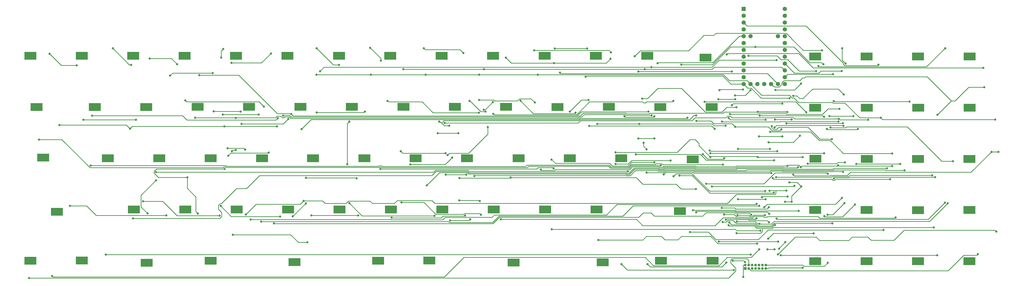
<source format=gbr>
%TF.GenerationSoftware,KiCad,Pcbnew,(5.1.9)-1*%
%TF.CreationDate,2021-05-14T10:54:05-07:00*%
%TF.ProjectId,chgray-keyboard,63686772-6179-42d6-9b65-79626f617264,Yeet2*%
%TF.SameCoordinates,Original*%
%TF.FileFunction,Copper,L1,Top*%
%TF.FilePolarity,Positive*%
%FSLAX46Y46*%
G04 Gerber Fmt 4.6, Leading zero omitted, Abs format (unit mm)*
G04 Created by KiCad (PCBNEW (5.1.9)-1) date 2021-05-14 10:54:05*
%MOMM*%
%LPD*%
G01*
G04 APERTURE LIST*
%TA.AperFunction,ComponentPad*%
%ADD10C,1.600000*%
%TD*%
%TA.AperFunction,ComponentPad*%
%ADD11R,1.600000X1.600000*%
%TD*%
%TA.AperFunction,WasherPad*%
%ADD12R,4.500000X3.000000*%
%TD*%
%TA.AperFunction,ComponentPad*%
%ADD13O,1.000000X1.000000*%
%TD*%
%TA.AperFunction,ComponentPad*%
%ADD14R,1.000000X1.000000*%
%TD*%
%TA.AperFunction,ViaPad*%
%ADD15C,0.800000*%
%TD*%
%TA.AperFunction,Conductor*%
%ADD16C,0.250000*%
%TD*%
G04 APERTURE END LIST*
D10*
%TO.P,U1,31*%
%TO.N,N/C*%
X321945000Y-34925000D03*
%TO.P,U1,30*%
X311785000Y-34925000D03*
%TO.P,U1,29*%
%TO.N,PWR_5V*%
X324485000Y-24765000D03*
%TO.P,U1,28*%
%TO.N,/Keyboard Keys/KEY_ROW2*%
X324485000Y-27305000D03*
%TO.P,U1,27*%
%TO.N,/Keyboard Keys/KEY_COL12*%
X324485000Y-29845000D03*
%TO.P,U1,26*%
%TO.N,/Keyboard Keys/KEY_COL13*%
X324485000Y-32385000D03*
%TO.P,U1,25*%
%TO.N,Net-(J1-Pad3)*%
X324485000Y-34925000D03*
%TO.P,U1,24*%
%TO.N,/Keyboard Keys/KEY_COL11*%
X324485000Y-37465000D03*
%TO.P,U1,23*%
%TO.N,/Keyboard Keys/KEY_COL4*%
X324485000Y-40005000D03*
%TO.P,U1,22*%
%TO.N,/Keyboard Keys/KEY_COL5*%
X324485000Y-42545000D03*
%TO.P,U1,21*%
%TO.N,/Keyboard Keys/KEY_COL6*%
X324485000Y-45085000D03*
%TO.P,U1,20*%
%TO.N,/Keyboard Keys/KEY_COL7*%
X324485000Y-47625000D03*
%TO.P,U1,19*%
%TO.N,/Keyboard Keys/KEY_COL8*%
X324485000Y-50165000D03*
%TO.P,U1,18*%
%TO.N,/Keyboard Keys/KEY_COL9*%
X324485000Y-52705000D03*
%TO.P,U1,17*%
%TO.N,/Keyboard Keys/KEY_COL10*%
X321945000Y-52705000D03*
%TO.P,U1,16*%
%TO.N,/Keyboard Keys/KEY_ROW3*%
X319405000Y-52705000D03*
%TO.P,U1,14*%
%TO.N,N/C*%
X314325000Y-52705000D03*
%TO.P,U1,13*%
%TO.N,/Keyboard Keys/KEY_ROW1*%
X311785000Y-52705000D03*
%TO.P,U1,12*%
%TO.N,/Keyboard Keys/KEY_ROW0*%
X309245000Y-52705000D03*
%TO.P,U1,11*%
%TO.N,/Keyboard Keys/KEY_COL1*%
X309245000Y-50165000D03*
%TO.P,U1,10*%
%TO.N,Net-(J1-Pad7)*%
X309245000Y-47625000D03*
%TO.P,U1,9*%
%TO.N,Net-(J1-Pad5)*%
X309245000Y-45085000D03*
%TO.P,U1,8*%
%TO.N,/Keyboard Keys/KEY_COL0*%
X309245000Y-42545000D03*
%TO.P,U1,7*%
%TO.N,N/C*%
X309245000Y-40005000D03*
%TO.P,U1,6*%
X309245000Y-37465000D03*
%TO.P,U1,5*%
%TO.N,/Keyboard Keys/KEY_COL3*%
X309245000Y-34925000D03*
%TO.P,U1,4*%
%TO.N,/Keyboard Keys/KEY_COL2*%
X309245000Y-32385000D03*
%TO.P,U1,3*%
%TO.N,/Keyboard Keys/KEY_ROW4*%
X309245000Y-29845000D03*
%TO.P,U1,2*%
%TO.N,/Keyboard Keys/KEY_ROW5*%
X309245000Y-27305000D03*
D11*
%TO.P,U1,1*%
%TO.N,TEENSY_GND*%
X309245000Y-24765000D03*
D10*
%TO.P,U1,15*%
X316865000Y-52705000D03*
%TD*%
D12*
%TO.P,D85,*%
%TO.N,*%
X44958000Y-42189000D03*
%TD*%
%TO.P,D90,*%
%TO.N,*%
X64008000Y-42191000D03*
%TD*%
%TO.P,D95,*%
%TO.N,*%
X83058000Y-42189000D03*
%TD*%
%TO.P,D100,*%
%TO.N,*%
X102108000Y-42215000D03*
%TD*%
%TO.P,D104,*%
%TO.N,*%
X121158000Y-42191000D03*
%TD*%
%TO.P,D108,*%
%TO.N,*%
X140208000Y-42166000D03*
%TD*%
%TO.P,D112,*%
%TO.N,*%
X159283000Y-42191000D03*
%TD*%
%TO.P,D116,*%
%TO.N,*%
X178308000Y-42191000D03*
%TD*%
%TO.P,D120,*%
%TO.N,*%
X197333000Y-42191000D03*
%TD*%
%TO.P,D124,*%
%TO.N,*%
X216408000Y-42191000D03*
%TD*%
%TO.P,D128,*%
%TO.N,*%
X235483000Y-42166000D03*
%TD*%
%TO.P,D132,*%
%TO.N,*%
X254508000Y-42191000D03*
%TD*%
%TO.P,D136,*%
%TO.N,*%
X273533000Y-42216000D03*
%TD*%
%TO.P,D140,*%
%TO.N,*%
X335763000Y-42445000D03*
%TD*%
%TO.P,D144,*%
%TO.N,*%
X354838000Y-42445000D03*
%TD*%
%TO.P,D148,*%
%TO.N,*%
X373863000Y-42470000D03*
%TD*%
%TO.P,D152,*%
%TO.N,*%
X392963000Y-42420000D03*
%TD*%
%TO.P,D156,*%
%TO.N,*%
X392963000Y-61470000D03*
%TD*%
%TO.P,D160,*%
%TO.N,*%
X373913000Y-61470000D03*
%TD*%
%TO.P,D164,*%
%TO.N,*%
X354863000Y-61470000D03*
%TD*%
%TO.P,D168,*%
%TO.N,*%
X335788000Y-61495000D03*
%TD*%
%TO.P,D86,*%
%TO.N,*%
X297434000Y-61227000D03*
%TD*%
%TO.P,D91,*%
%TO.N,*%
X278384000Y-61227000D03*
%TD*%
%TO.P,D96,*%
%TO.N,*%
X259334000Y-61202000D03*
%TD*%
%TO.P,D101,*%
%TO.N,*%
X240284000Y-61227000D03*
%TD*%
%TO.P,D105,*%
%TO.N,*%
X221234000Y-61176000D03*
%TD*%
%TO.P,D109,*%
%TO.N,*%
X202209000Y-61151000D03*
%TD*%
%TO.P,D113,*%
%TO.N,*%
X183159000Y-61202000D03*
%TD*%
%TO.P,D117,*%
%TO.N,*%
X164084000Y-61190000D03*
%TD*%
%TO.P,D121,*%
%TO.N,*%
X145034000Y-61202000D03*
%TD*%
%TO.P,D125,*%
%TO.N,*%
X125959000Y-61176000D03*
%TD*%
%TO.P,D129,*%
%TO.N,*%
X106934000Y-61165000D03*
%TD*%
%TO.P,D133,*%
%TO.N,*%
X87884000Y-61216000D03*
%TD*%
%TO.P,D137,*%
%TO.N,*%
X68808600Y-61241000D03*
%TD*%
%TO.P,D141,*%
%TO.N,*%
X47244000Y-61241000D03*
%TD*%
%TO.P,D145,*%
%TO.N,*%
X49657000Y-80037000D03*
%TD*%
%TO.P,D149,*%
%TO.N,*%
X73660000Y-80291000D03*
%TD*%
%TO.P,D153,*%
%TO.N,*%
X92710000Y-80291000D03*
%TD*%
%TO.P,D157,*%
%TO.N,*%
X111735000Y-80266000D03*
%TD*%
%TO.P,D161,*%
%TO.N,*%
X130810000Y-80291000D03*
%TD*%
%TO.P,D165,*%
%TO.N,*%
X149631000Y-80291000D03*
%TD*%
%TO.P,D87,*%
%TO.N,*%
X168681000Y-80316000D03*
%TD*%
%TO.P,D92,*%
%TO.N,*%
X187706000Y-80302000D03*
%TD*%
%TO.P,D97,*%
%TO.N,*%
X206731000Y-80316000D03*
%TD*%
%TO.P,D102,*%
%TO.N,*%
X225831000Y-80266000D03*
%TD*%
%TO.P,D106,*%
%TO.N,*%
X244856000Y-80291000D03*
%TD*%
%TO.P,D110,*%
%TO.N,*%
X263906000Y-80277000D03*
%TD*%
%TO.P,D114,*%
%TO.N,*%
X290373000Y-80709000D03*
%TD*%
%TO.P,D118,*%
%TO.N,*%
X335839000Y-80506000D03*
%TD*%
%TO.P,D122,*%
%TO.N,*%
X354863000Y-80556000D03*
%TD*%
%TO.P,D126,*%
%TO.N,*%
X373888000Y-80531000D03*
%TD*%
%TO.P,D130,*%
%TO.N,*%
X392887000Y-80520000D03*
%TD*%
%TO.P,D134,*%
%TO.N,*%
X392887000Y-99556000D03*
%TD*%
%TO.P,D138,*%
%TO.N,*%
X373888000Y-99606000D03*
%TD*%
%TO.P,D142,*%
%TO.N,*%
X354838000Y-99530000D03*
%TD*%
%TO.P,D146,*%
%TO.N,*%
X335737000Y-99556000D03*
%TD*%
%TO.P,D150,*%
%TO.N,*%
X285623000Y-99976000D03*
%TD*%
%TO.P,D154,*%
%TO.N,*%
X254762000Y-99316000D03*
%TD*%
%TO.P,D158,*%
%TO.N,*%
X235712000Y-99341000D03*
%TD*%
%TO.P,D162,*%
%TO.N,*%
X216637000Y-99341000D03*
%TD*%
%TO.P,D166,*%
%TO.N,*%
X197612000Y-99316000D03*
%TD*%
%TO.P,D88,*%
%TO.N,*%
X178562000Y-99341000D03*
%TD*%
%TO.P,D93,*%
%TO.N,*%
X159487000Y-99341000D03*
%TD*%
%TO.P,D98,*%
%TO.N,*%
X140462000Y-99341000D03*
%TD*%
%TO.P,D103,*%
%TO.N,*%
X121412000Y-99341000D03*
%TD*%
%TO.P,D107,*%
%TO.N,*%
X102362000Y-99316000D03*
%TD*%
%TO.P,D111,*%
%TO.N,*%
X83312000Y-99316000D03*
%TD*%
%TO.P,D115,*%
%TO.N,*%
X54737000Y-100203000D03*
%TD*%
%TO.P,D119,*%
%TO.N,*%
X44958000Y-118428000D03*
%TD*%
%TO.P,D123,*%
%TO.N,*%
X64008000Y-118301000D03*
%TD*%
%TO.P,D127,*%
%TO.N,*%
X88011000Y-119153000D03*
%TD*%
%TO.P,D131,*%
%TO.N,*%
X111760000Y-118402000D03*
%TD*%
%TO.P,D135,*%
%TO.N,*%
X142773000Y-118885000D03*
%TD*%
%TO.P,D139,*%
%TO.N,*%
X173761000Y-118391000D03*
%TD*%
%TO.P,D143,*%
%TO.N,*%
X192786000Y-118352000D03*
%TD*%
%TO.P,D147,*%
%TO.N,*%
X223977000Y-119050000D03*
%TD*%
%TO.P,D151,*%
%TO.N,*%
X257048000Y-118961000D03*
%TD*%
%TO.P,D155,*%
%TO.N,*%
X278638000Y-118391000D03*
%TD*%
%TO.P,D159,*%
%TO.N,*%
X297713000Y-118402000D03*
%TD*%
%TO.P,D163,*%
%TO.N,*%
X335788000Y-118606000D03*
%TD*%
%TO.P,D167,*%
%TO.N,*%
X354838000Y-118606000D03*
%TD*%
%TO.P,D89,*%
%TO.N,*%
X373888000Y-118580000D03*
%TD*%
%TO.P,D94,*%
%TO.N,*%
X392913000Y-118580000D03*
%TD*%
%TO.P,D99,*%
%TO.N,*%
X295148000Y-42902000D03*
%TD*%
D13*
%TO.P,J1,14*%
%TO.N,LED_GND*%
X317500000Y-120015000D03*
%TO.P,J1,13*%
%TO.N,PWR_5V*%
X317500000Y-121285000D03*
%TO.P,J1,12*%
%TO.N,N/C*%
X316230000Y-120015000D03*
%TO.P,J1,11*%
X316230000Y-121285000D03*
%TO.P,J1,10*%
X314960000Y-120015000D03*
%TO.P,J1,9*%
X314960000Y-121285000D03*
%TO.P,J1,8*%
X313690000Y-120015000D03*
%TO.P,J1,7*%
%TO.N,Net-(J1-Pad7)*%
X313690000Y-121285000D03*
%TO.P,J1,6*%
%TO.N,N/C*%
X312420000Y-120015000D03*
%TO.P,J1,5*%
%TO.N,Net-(J1-Pad5)*%
X312420000Y-121285000D03*
%TO.P,J1,4*%
%TO.N,/Sheet6096EA01/INPUT*%
X311150000Y-120015000D03*
%TO.P,J1,3*%
%TO.N,Net-(J1-Pad3)*%
X311150000Y-121285000D03*
%TO.P,J1,2*%
%TO.N,LED_5V*%
X309880000Y-120015000D03*
D14*
%TO.P,J1,1*%
%TO.N,TEENSY_GND*%
X309880000Y-121285000D03*
%TD*%
D15*
%TO.N,/Keyboard Keys/KEY_COL0*%
X304886200Y-48022000D03*
X270211300Y-48022000D03*
X272143100Y-74536700D03*
X273269300Y-76977100D03*
X318726900Y-100978800D03*
X291613300Y-100371700D03*
X91485800Y-88480500D03*
X88372500Y-100829800D03*
X64572700Y-65963100D03*
X84070600Y-65963100D03*
X266375700Y-85227700D03*
X91485800Y-85474500D03*
%TO.N,Net-(D2-Pad1)*%
X82957600Y-102641800D03*
X329438000Y-83580000D03*
X342649400Y-59058500D03*
X370711300Y-59227800D03*
%TO.N,Net-(D3-Pad1)*%
X314978800Y-114208900D03*
X52967300Y-124090400D03*
%TO.N,/Keyboard Keys/KEY_COL1*%
X116858400Y-84249500D03*
X119639700Y-77675600D03*
X121090400Y-77299100D03*
X318620600Y-104061700D03*
X302656300Y-103177000D03*
X121069200Y-65323500D03*
X103076600Y-87432200D03*
X107028500Y-100904100D03*
X105941800Y-65230900D03*
X275153700Y-64285500D03*
%TO.N,Net-(D7-Pad1)*%
X62136800Y-45750600D03*
X52075400Y-41443500D03*
%TO.N,Net-(D10-Pad1)*%
X95294400Y-101555100D03*
X59559000Y-98019500D03*
%TO.N,Net-(D11-Pad1)*%
X311889900Y-116122900D03*
X72844900Y-116122900D03*
%TO.N,Net-(D12-Pad1)*%
X297481400Y-90825300D03*
X328041200Y-90585500D03*
%TO.N,/Keyboard Keys/KEY_ROW2*%
X338774900Y-45310500D03*
X313560000Y-38879600D03*
X286145400Y-45514200D03*
X283208200Y-58942700D03*
X216506900Y-63837100D03*
X195878500Y-71020500D03*
X203489300Y-71020500D03*
X116855800Y-68423600D03*
X136322200Y-68423600D03*
X81832400Y-69291000D03*
X55702700Y-67912400D03*
%TO.N,/Keyboard Keys/KEY_ROW3*%
X303633100Y-105179500D03*
X291524900Y-91749200D03*
X203902000Y-87695000D03*
X222894300Y-87503600D03*
X379681400Y-106051000D03*
X306631000Y-108191500D03*
X381018100Y-64109600D03*
X165802000Y-87720700D03*
X147013400Y-87605200D03*
X398456000Y-53895100D03*
%TO.N,/Keyboard Keys/KEY_ROW4*%
X344424900Y-66633900D03*
X301206200Y-66670100D03*
X289342600Y-107739800D03*
X361045300Y-106946000D03*
X298498900Y-69377400D03*
X252017200Y-68291300D03*
X359255700Y-45538100D03*
X119981000Y-108733000D03*
X147572900Y-111563800D03*
%TO.N,/Keyboard Keys/KEY_ROW5*%
X346610800Y-96961000D03*
X340306900Y-101276300D03*
X340431800Y-86026800D03*
X295379600Y-89760600D03*
X342668000Y-87824600D03*
X380178000Y-87347600D03*
%TO.N,/Keyboard Keys/KEY_ROW1*%
X150969300Y-49253700D03*
X112474200Y-48601900D03*
X96704900Y-49565800D03*
X402518900Y-65930700D03*
X171107000Y-49253700D03*
X191392400Y-49253700D03*
X211251500Y-49253700D03*
X232938500Y-49253700D03*
X360030400Y-65256500D03*
%TO.N,/Keyboard Keys/KEY_COL2*%
X325114100Y-92331000D03*
X318789000Y-92386800D03*
X124804300Y-101206700D03*
X146184800Y-96151800D03*
%TO.N,Net-(D14-Pad1)*%
X115068200Y-101658900D03*
X86656400Y-96292100D03*
%TO.N,Net-(D15-Pad1)*%
X314116300Y-97237200D03*
X126575300Y-103089200D03*
%TO.N,Net-(D16-Pad1)*%
X321294700Y-87354000D03*
X379079600Y-86620700D03*
%TO.N,Net-(D17-Pad1)*%
X82290200Y-45563200D03*
X75459800Y-39422800D03*
%TO.N,/Keyboard Keys/KEY_COL3*%
X107489900Y-49394400D03*
X123191500Y-67509100D03*
X140541100Y-65658600D03*
X147073900Y-97032000D03*
X142172300Y-101933600D03*
X141607500Y-63842300D03*
X273975000Y-62987100D03*
X318564400Y-98524900D03*
X301120900Y-98741300D03*
X277348400Y-45033300D03*
%TO.N,Net-(D19-Pad1)*%
X99317400Y-45297200D03*
X89152900Y-43253100D03*
%TO.N,Net-(D20-Pad1)*%
X131470800Y-61077200D03*
X102312200Y-58765200D03*
%TO.N,Net-(D22-Pad1)*%
X137482200Y-101974900D03*
X115423500Y-98031900D03*
%TO.N,Net-(D23-Pad1)*%
X315056900Y-97981100D03*
X130458900Y-103814500D03*
%TO.N,/Keyboard Keys/KEY_COL4*%
X306559600Y-61341100D03*
X307130300Y-95547800D03*
X317370400Y-95547800D03*
X271681700Y-58109500D03*
X275073500Y-46475600D03*
X321490900Y-43815000D03*
X152295400Y-47925200D03*
X163158400Y-66650100D03*
X162354000Y-82511300D03*
%TO.N,Net-(D27-Pad1)*%
X312092000Y-101274900D03*
X135164700Y-104539800D03*
%TO.N,Net-(D28-Pad1)*%
X174634000Y-84298800D03*
X238825400Y-84033900D03*
X244853200Y-62947900D03*
X251774000Y-58624400D03*
%TO.N,Net-(D29-Pad1)*%
X115599400Y-42879900D03*
X116417200Y-39647900D03*
%TO.N,/Keyboard Keys/KEY_COL5*%
X317127400Y-101468200D03*
X307014400Y-101461200D03*
X306153100Y-68617100D03*
X178815000Y-102413400D03*
X206079500Y-101610800D03*
X200107000Y-68185200D03*
X196421900Y-66650100D03*
X291611900Y-64427100D03*
X323205200Y-69548300D03*
X291757600Y-66426800D03*
%TO.N,Net-(D33-Pad1)*%
X145465100Y-69488900D03*
X288443700Y-65199300D03*
%TO.N,Net-(D34-Pad1)*%
X166468500Y-101562100D03*
X149047200Y-101562100D03*
%TO.N,Net-(D35-Pad1)*%
X315481800Y-107205800D03*
X238145300Y-106745500D03*
%TO.N,Net-(D36-Pad1)*%
X279650600Y-86357700D03*
X319490900Y-85831100D03*
%TO.N,/Keyboard Keys/KEY_COL6*%
X318341400Y-110207500D03*
X335132500Y-108288800D03*
X339138100Y-101820500D03*
X350463100Y-97496000D03*
X345581300Y-47888700D03*
X344488700Y-65618300D03*
X200487900Y-103434300D03*
X207933900Y-102989000D03*
X206499700Y-86397900D03*
X198823000Y-86397900D03*
X355385400Y-65994400D03*
X198408400Y-67145000D03*
%TO.N,Net-(D38-Pad1)*%
X194715800Y-101737700D03*
X163110900Y-96975700D03*
%TO.N,Net-(D39-Pad1)*%
X314251700Y-112020600D03*
X255385200Y-110669500D03*
%TO.N,Net-(D40-Pad1)*%
X273253100Y-85629900D03*
X346063100Y-85355000D03*
%TO.N,Net-(D41-Pad1)*%
X159329100Y-45606000D03*
X150988600Y-39422800D03*
%TO.N,/Keyboard Keys/KEY_COL7*%
X199541600Y-79094400D03*
X214418100Y-68730400D03*
X314009300Y-102643800D03*
X219253500Y-103038000D03*
X212883100Y-62252200D03*
X216333300Y-59391100D03*
X212998000Y-47240700D03*
X183098000Y-47240700D03*
X272565500Y-47240700D03*
%TO.N,Net-(D43-Pad1)*%
X174839700Y-44003300D03*
X170864600Y-39201300D03*
%TO.N,Net-(D44-Pad1)*%
X211127200Y-63361300D03*
X177305200Y-58932400D03*
%TO.N,Net-(D45-Pad1)*%
X198744000Y-78403200D03*
X182208800Y-77700300D03*
%TO.N,Net-(D46-Pad1)*%
X211906500Y-101324600D03*
X182452400Y-96772500D03*
%TO.N,/Keyboard Keys/KEY_COL8*%
X342400200Y-49071000D03*
X344205800Y-82946100D03*
X330438400Y-83603100D03*
X234082700Y-84498100D03*
X325417600Y-83158300D03*
X364296600Y-83158300D03*
X207688200Y-58959600D03*
X213572400Y-62977500D03*
%TO.N,Net-(D50-Pad1)*%
X362364500Y-84054400D03*
X191846500Y-90407500D03*
%TO.N,Net-(D51-Pad1)*%
X305592200Y-121907500D03*
X263959100Y-119662500D03*
%TO.N,Net-(D52-Pad1)*%
X321725800Y-77699100D03*
X296681600Y-77433300D03*
%TO.N,Net-(D53-Pad1)*%
X205390400Y-41184000D03*
X190740600Y-39422800D03*
%TO.N,Net-(D54-Pad1)*%
X231853500Y-59556000D03*
X211249300Y-58665800D03*
%TO.N,/Keyboard Keys/KEY_COL9*%
X304877700Y-60555500D03*
X323572900Y-60000600D03*
X306759900Y-103812500D03*
X302581200Y-68164300D03*
X384909000Y-97078300D03*
X315063000Y-104695900D03*
X270572400Y-67550700D03*
X254971500Y-67550700D03*
%TO.N,Net-(D56-Pad1)*%
X246971500Y-63395000D03*
X226517400Y-58908400D03*
%TO.N,Net-(D58-Pad1)*%
X368834000Y-84779700D03*
X209422400Y-86925000D03*
%TO.N,/Keyboard Keys/KEY_COL10*%
X241151400Y-48505900D03*
%TO.N,Net-(D62-Pad1)*%
X320667400Y-68865800D03*
X346295300Y-68260700D03*
%TO.N,Net-(D63-Pad1)*%
X320466100Y-93069300D03*
X285486400Y-86767300D03*
%TO.N,Net-(D64-Pad1)*%
X320005200Y-87658700D03*
X363510300Y-88085100D03*
%TO.N,Net-(D65-Pad1)*%
X317211300Y-92534100D03*
X283246300Y-86965200D03*
X276169100Y-81841100D03*
X238074800Y-80782700D03*
%TO.N,Net-(D66-Pad1)*%
X320501700Y-81070500D03*
X269264900Y-78864500D03*
%TO.N,Net-(D67-Pad1)*%
X320877900Y-105147700D03*
X303933700Y-104179100D03*
X302042700Y-80328100D03*
X294126200Y-78744600D03*
%TO.N,Net-(D68-Pad1)*%
X319011600Y-76797500D03*
X307126700Y-76797500D03*
X306145500Y-58410200D03*
X299887300Y-58410200D03*
%TO.N,Net-(D70-Pad1)*%
X322083200Y-111295300D03*
X299995500Y-111295300D03*
%TO.N,Net-(D71-Pad1)*%
X320712600Y-114210100D03*
X318098000Y-114210100D03*
X316075700Y-94822400D03*
X325516100Y-94507900D03*
X327642200Y-57119100D03*
X346345700Y-56630400D03*
%TO.N,Net-(D72-Pad1)*%
X318521000Y-74348600D03*
X330130900Y-71924800D03*
%TO.N,/Keyboard Keys/KEY_ROW0*%
X327669000Y-86424300D03*
X326269800Y-57920400D03*
X401110400Y-77901800D03*
X403707900Y-77901800D03*
X250675900Y-50011200D03*
%TO.N,Net-(Backspace1-Pad2)*%
X386782400Y-81407000D03*
X341444600Y-68860900D03*
X336102300Y-47895400D03*
X311014600Y-42231600D03*
%TO.N,Net-(D73-Pad1)*%
X304208400Y-63885200D03*
X344717100Y-61922600D03*
X347031400Y-45100200D03*
X345773400Y-39416900D03*
%TO.N,Net-(D74-Pad1)*%
X319681900Y-68367600D03*
X341941200Y-73210600D03*
%TO.N,/Keyboard Keys/KEY_COL12*%
X316875000Y-98469900D03*
X345689800Y-95003200D03*
X346031700Y-67260300D03*
X325127500Y-67389300D03*
%TO.N,Net-(D75-Pad1)*%
X320869700Y-65908500D03*
X327066500Y-65908500D03*
%TO.N,Net-(D76-Pad1)*%
X322997800Y-116414500D03*
X380958200Y-116414500D03*
%TO.N,Net-(D78-Pad1)*%
X319104800Y-70491900D03*
X364256200Y-78497900D03*
%TO.N,/Keyboard Keys/KEY_COL13*%
X314502500Y-63067500D03*
X314943900Y-72197000D03*
X323563500Y-72197000D03*
X326163100Y-89244500D03*
X322354100Y-113908700D03*
X324668800Y-111483000D03*
X325428100Y-63143000D03*
X138553300Y-64470700D03*
X136663100Y-65395800D03*
X67825000Y-64514700D03*
X330626300Y-90792500D03*
X324551700Y-96462700D03*
X327025300Y-96462700D03*
%TO.N,Net-(D79-Pad1)*%
X321425500Y-102712800D03*
X383894200Y-96799400D03*
%TO.N,Net-(D80-Pad1)*%
X321008100Y-54923900D03*
X330546600Y-52537500D03*
X336972200Y-45999800D03*
X383901600Y-39381900D03*
%TO.N,Net-(D81-Pad1)*%
X402912400Y-107592900D03*
X321995900Y-116005200D03*
%TO.N,Net-(D82-Pad1)*%
X67295200Y-83044300D03*
X301575300Y-82708300D03*
X302021500Y-101242400D03*
X365527000Y-102279800D03*
%TO.N,Net-(D83-Pad1)*%
X48148900Y-73335800D03*
X278544600Y-83046900D03*
X301474400Y-104046700D03*
X342077400Y-104518700D03*
%TO.N,Net-(D92-Pad2)*%
X201221500Y-80058000D03*
X185738300Y-82583300D03*
%TO.N,Net-(D94-Pad2)*%
X398088000Y-46726100D03*
X303014200Y-41678800D03*
%TO.N,Net-(D91-Pad2)*%
X276154100Y-64749000D03*
X265037600Y-64749000D03*
%TO.N,Net-(D104-Pad2)*%
X119429900Y-44861100D03*
X134075500Y-41331000D03*
%TO.N,Net-(D110-Pad2)*%
X261802100Y-82401500D03*
X282169300Y-81115800D03*
%TO.N,Net-(D114-Pad2)*%
X339068700Y-78464400D03*
X296908400Y-78464400D03*
%TO.N,Net-(D117-Pad2)*%
X168847100Y-62960700D03*
X150988600Y-63259100D03*
%TO.N,Net-(D118-Pad2)*%
X333000200Y-82335500D03*
X346762000Y-81867300D03*
%TO.N,Net-(D122-Pad2)*%
X351002600Y-82381400D03*
X367228300Y-82381400D03*
%TO.N,Net-(D125-Pad2)*%
X122859900Y-62941200D03*
X112831200Y-62879600D03*
%TO.N,Net-(D128-Pad2)*%
X231633600Y-40185100D03*
X260094900Y-40926800D03*
%TO.N,Net-(D136-Pad2)*%
X268841000Y-42375100D03*
X338323200Y-40212800D03*
%TO.N,Net-(D146-Pad2)*%
X329675900Y-99835200D03*
X290498800Y-99616500D03*
%TO.N,Net-(D155-Pad2)*%
X273653900Y-119699800D03*
X302833600Y-119111500D03*
%TO.N,Net-(D157-Pad2)*%
X133263400Y-78188400D03*
X118220600Y-79349300D03*
%TO.N,Net-(D162-Pad2)*%
X211477200Y-96207400D03*
X203828800Y-96005300D03*
%TO.N,Net-(D164-Pad2)*%
X349933400Y-64638800D03*
X341022900Y-64638800D03*
%TO.N,/Sheet6096EA01/INPUT*%
X44387200Y-124871400D03*
%TO.N,Net-(J1-Pad7)*%
X311774100Y-54993800D03*
X306062500Y-56917400D03*
%TO.N,Net-(J1-Pad3)*%
X396070500Y-115990300D03*
%TO.N,LED_GND*%
X339048000Y-64869000D03*
X315179300Y-64475100D03*
X340073500Y-69381200D03*
X351569700Y-69381100D03*
X300265800Y-54990000D03*
X308990000Y-54769800D03*
X270199700Y-72929600D03*
X276193500Y-72929600D03*
X129495200Y-64055300D03*
X116264700Y-64055300D03*
X221097400Y-42860800D03*
X259943500Y-43309100D03*
X239010800Y-44908100D03*
X340453200Y-119196900D03*
%TO.N,LED_5V*%
X251274000Y-39459800D03*
X239281600Y-39459800D03*
X124520700Y-77072500D03*
X118018400Y-76573800D03*
X261788100Y-78139200D03*
X296929600Y-79874700D03*
X331141200Y-79915000D03*
X314502500Y-79874700D03*
X309054700Y-124391000D03*
%TO.N,Net-(D168-Pad2)*%
X332489100Y-63231200D03*
X294783400Y-59275300D03*
%TO.N,PWR_5V*%
X331102300Y-121020900D03*
%TO.N,TEENSY_GND*%
X317424600Y-65981500D03*
X303714100Y-65335900D03*
X305167400Y-118425700D03*
X309805100Y-118896500D03*
%TD*%
D16*
%TO.N,/Keyboard Keys/KEY_COL0*%
X91485800Y-85474500D02*
X194336800Y-85474500D01*
X194336800Y-85474500D02*
X195039400Y-84771900D01*
X195039400Y-84771900D02*
X207195700Y-84771900D01*
X207195700Y-84771900D02*
X207651500Y-85227700D01*
X207651500Y-85227700D02*
X266375700Y-85227700D01*
X291613300Y-100371700D02*
X291918200Y-100066800D01*
X291918200Y-100066800D02*
X305974800Y-100066800D01*
X305974800Y-100066800D02*
X306193500Y-100285500D01*
X306193500Y-100285500D02*
X318033600Y-100285500D01*
X318033600Y-100285500D02*
X318726900Y-100978800D01*
X273269300Y-76977100D02*
X272143100Y-75850900D01*
X272143100Y-75850900D02*
X272143100Y-74536700D01*
X270211300Y-48022000D02*
X304886200Y-48022000D01*
X64572700Y-65963100D02*
X84070600Y-65963100D01*
X88372500Y-100829800D02*
X85931000Y-98388300D01*
X85931000Y-98388300D02*
X85931000Y-94035300D01*
X85931000Y-94035300D02*
X91485800Y-88480500D01*
%TO.N,Net-(D2-Pad1)*%
X329438000Y-83580000D02*
X329120200Y-83897800D01*
X329120200Y-83897800D02*
X324435900Y-83897800D01*
X324435900Y-83897800D02*
X324189800Y-83651700D01*
X324189800Y-83651700D02*
X306718900Y-83651700D01*
X306718900Y-83651700D02*
X306464200Y-83906400D01*
X306464200Y-83906400D02*
X291424800Y-83906400D01*
X291424800Y-83906400D02*
X291201700Y-83683300D01*
X291201700Y-83683300D02*
X279755100Y-83683300D01*
X279755100Y-83683300D02*
X279187700Y-84250700D01*
X279187700Y-84250700D02*
X278085800Y-84250700D01*
X278085800Y-84250700D02*
X277756600Y-83921500D01*
X277756600Y-83921500D02*
X268707700Y-83921500D01*
X268707700Y-83921500D02*
X266676200Y-85953000D01*
X266676200Y-85953000D02*
X266075300Y-85953000D01*
X266075300Y-85953000D02*
X265838600Y-85716300D01*
X265838600Y-85716300D02*
X207503200Y-85716300D01*
X207503200Y-85716300D02*
X207009100Y-85222200D01*
X207009100Y-85222200D02*
X195226000Y-85222200D01*
X195226000Y-85222200D02*
X193726800Y-86721400D01*
X193726800Y-86721400D02*
X129832500Y-86721400D01*
X129832500Y-86721400D02*
X125009000Y-91544900D01*
X125009000Y-91544900D02*
X121318900Y-91544900D01*
X121318900Y-91544900D02*
X115738500Y-97125300D01*
X115738500Y-97125300D02*
X115276900Y-97125300D01*
X115276900Y-97125300D02*
X114648300Y-97753900D01*
X114648300Y-97753900D02*
X114648300Y-99260500D01*
X114648300Y-99260500D02*
X115838100Y-100450300D01*
X115838100Y-100450300D02*
X115838100Y-101944200D01*
X115838100Y-101944200D02*
X115140500Y-102641800D01*
X115140500Y-102641800D02*
X82957600Y-102641800D01*
X370711300Y-59227800D02*
X342818700Y-59227800D01*
X342818700Y-59227800D02*
X342649400Y-59058500D01*
%TO.N,Net-(D3-Pad1)*%
X314978800Y-114208900D02*
X312070100Y-117117600D01*
X312070100Y-117117600D02*
X303207500Y-117117600D01*
X303207500Y-117117600D02*
X300097800Y-120227300D01*
X300097800Y-120227300D02*
X275836500Y-120227300D01*
X275836500Y-120227300D02*
X272744800Y-117135600D01*
X272744800Y-117135600D02*
X205644300Y-117135600D01*
X205644300Y-117135600D02*
X198377900Y-124402000D01*
X198377900Y-124402000D02*
X53278900Y-124402000D01*
X53278900Y-124402000D02*
X52967300Y-124090400D01*
%TO.N,/Keyboard Keys/KEY_COL1*%
X302656300Y-103177000D02*
X302892700Y-102940600D01*
X302892700Y-102940600D02*
X306194300Y-102940600D01*
X306194300Y-102940600D02*
X306340800Y-103087100D01*
X306340800Y-103087100D02*
X310967800Y-103087100D01*
X310967800Y-103087100D02*
X311231800Y-103351100D01*
X311231800Y-103351100D02*
X313690600Y-103351100D01*
X313690600Y-103351100D02*
X313859800Y-103520300D01*
X313859800Y-103520300D02*
X318079200Y-103520300D01*
X318079200Y-103520300D02*
X318620600Y-104061700D01*
X275153700Y-64285500D02*
X265599900Y-64285500D01*
X265599900Y-64285500D02*
X265338100Y-64023700D01*
X265338100Y-64023700D02*
X250234900Y-64023700D01*
X250234900Y-64023700D02*
X249234500Y-65024100D01*
X249234500Y-65024100D02*
X248279100Y-65024100D01*
X248279100Y-65024100D02*
X247828800Y-65474400D01*
X247828800Y-65474400D02*
X141453700Y-65474400D01*
X141453700Y-65474400D02*
X140877100Y-64897800D01*
X140877100Y-64897800D02*
X139152000Y-64897800D01*
X139152000Y-64897800D02*
X138853800Y-65196000D01*
X138853800Y-65196000D02*
X138252900Y-65196000D01*
X138252900Y-65196000D02*
X137727400Y-64670500D01*
X137727400Y-64670500D02*
X136362700Y-64670500D01*
X136362700Y-64670500D02*
X135802300Y-65230900D01*
X135802300Y-65230900D02*
X121069200Y-65230900D01*
X116858400Y-84249500D02*
X91675700Y-84249500D01*
X91675700Y-84249500D02*
X90749200Y-85176000D01*
X90749200Y-85176000D02*
X90749200Y-85807600D01*
X90749200Y-85807600D02*
X92373800Y-87432200D01*
X92373800Y-87432200D02*
X103076600Y-87432200D01*
X119639700Y-77675600D02*
X120016200Y-77299100D01*
X120016200Y-77299100D02*
X121090400Y-77299100D01*
X121069200Y-65230900D02*
X105941800Y-65230900D01*
X121069200Y-65230900D02*
X121069200Y-65323500D01*
X107028500Y-100904100D02*
X106265700Y-100141300D01*
X106265700Y-100141300D02*
X106265700Y-94684600D01*
X106265700Y-94684600D02*
X103076600Y-91495500D01*
X103076600Y-91495500D02*
X103076600Y-87432200D01*
%TO.N,Net-(D7-Pad1)*%
X52075400Y-41443500D02*
X56382500Y-45750600D01*
X56382500Y-45750600D02*
X62136800Y-45750600D01*
%TO.N,Net-(D10-Pad1)*%
X59559000Y-98019500D02*
X65745400Y-98019500D01*
X65745400Y-98019500D02*
X69281000Y-101555100D01*
X69281000Y-101555100D02*
X95294400Y-101555100D01*
%TO.N,Net-(D11-Pad1)*%
X72844900Y-116122900D02*
X311889900Y-116122900D01*
%TO.N,Net-(D12-Pad1)*%
X328041200Y-90585500D02*
X327801400Y-90825300D01*
X327801400Y-90825300D02*
X297481400Y-90825300D01*
%TO.N,/Keyboard Keys/KEY_ROW2*%
X216506900Y-63837100D02*
X216793300Y-64123500D01*
X216793300Y-64123500D02*
X247269000Y-64123500D01*
X247269000Y-64123500D02*
X247719300Y-63673200D01*
X247719300Y-63673200D02*
X247809100Y-63673200D01*
X247809100Y-63673200D02*
X252153300Y-59329000D01*
X252153300Y-59329000D02*
X271920700Y-59329000D01*
X271920700Y-59329000D02*
X272296100Y-59704400D01*
X272296100Y-59704400D02*
X272897000Y-59704400D01*
X272897000Y-59704400D02*
X273272400Y-59329000D01*
X273272400Y-59329000D02*
X282821900Y-59329000D01*
X282821900Y-59329000D02*
X283208200Y-58942700D01*
X286145400Y-45514200D02*
X297712700Y-45514200D01*
X297712700Y-45514200D02*
X304347300Y-38879600D01*
X304347300Y-38879600D02*
X313560000Y-38879600D01*
X203489300Y-71020500D02*
X195878500Y-71020500D01*
X313560000Y-38879600D02*
X327906400Y-38879600D01*
X327906400Y-38879600D02*
X333733700Y-44706900D01*
X333733700Y-44706900D02*
X338171300Y-44706900D01*
X338171300Y-44706900D02*
X338774900Y-45310500D01*
X81832400Y-69291000D02*
X82699800Y-68423600D01*
X82699800Y-68423600D02*
X116855800Y-68423600D01*
X55702700Y-67912400D02*
X80453800Y-67912400D01*
X80453800Y-67912400D02*
X81832400Y-69291000D01*
X136322200Y-68423600D02*
X116855800Y-68423600D01*
%TO.N,/Keyboard Keys/KEY_ROW3*%
X303633100Y-105179500D02*
X303892000Y-105438400D01*
X303892000Y-105438400D02*
X313230200Y-105438400D01*
X313230200Y-105438400D02*
X314203200Y-106411400D01*
X314203200Y-106411400D02*
X316246800Y-106411400D01*
X316246800Y-106411400D02*
X319859100Y-106411400D01*
X319859100Y-106411400D02*
X320219500Y-106051000D01*
X320219500Y-106051000D02*
X379681400Y-106051000D01*
X306631000Y-108191500D02*
X315546400Y-108191500D01*
X315546400Y-108191500D02*
X316246800Y-107491100D01*
X316246800Y-107491100D02*
X316246800Y-106411400D01*
X203902000Y-87695000D02*
X222702900Y-87695000D01*
X222702900Y-87695000D02*
X222894300Y-87503600D01*
X319405000Y-52705000D02*
X320356600Y-53656600D01*
X320356600Y-53656600D02*
X320677100Y-53656600D01*
X320677100Y-53656600D02*
X320850900Y-53830400D01*
X320850900Y-53830400D02*
X322417200Y-53830400D01*
X322417200Y-53830400D02*
X323359600Y-52888000D01*
X323359600Y-52888000D02*
X323359600Y-52225700D01*
X323359600Y-52225700D02*
X324150300Y-51435000D01*
X324150300Y-51435000D02*
X330080800Y-51435000D01*
X330080800Y-51435000D02*
X331095000Y-50420800D01*
X331095000Y-50420800D02*
X331731800Y-50420800D01*
X331731800Y-50420800D02*
X332182100Y-49970500D01*
X332182100Y-49970500D02*
X377229300Y-49970500D01*
X377229300Y-49970500D02*
X386193300Y-58934400D01*
X222894300Y-87503600D02*
X269438100Y-87503600D01*
X269438100Y-87503600D02*
X271920200Y-89985700D01*
X271920200Y-89985700D02*
X284293800Y-89985700D01*
X284293800Y-89985700D02*
X286057300Y-91749200D01*
X286057300Y-91749200D02*
X291524900Y-91749200D01*
X386193300Y-58934400D02*
X381018100Y-64109600D01*
X386193300Y-58934400D02*
X386193300Y-58934500D01*
X386193300Y-58934500D02*
X387607600Y-58934500D01*
X387607600Y-58934500D02*
X392647000Y-53895100D01*
X392647000Y-53895100D02*
X398456000Y-53895100D01*
X147013400Y-87605200D02*
X165686500Y-87605200D01*
X165686500Y-87605200D02*
X165802000Y-87720700D01*
%TO.N,/Keyboard Keys/KEY_ROW4*%
X298498900Y-69377400D02*
X297412800Y-68291300D01*
X297412800Y-68291300D02*
X252017200Y-68291300D01*
X344424900Y-66633900D02*
X322788400Y-66633900D01*
X322788400Y-66633900D02*
X322702000Y-66720300D01*
X322702000Y-66720300D02*
X301256400Y-66720300D01*
X301256400Y-66720300D02*
X301206200Y-66670100D01*
X309245000Y-29845000D02*
X310515000Y-31115000D01*
X310515000Y-31115000D02*
X332368900Y-31115000D01*
X332368900Y-31115000D02*
X346176700Y-44922800D01*
X346176700Y-44922800D02*
X346176700Y-45355600D01*
X346176700Y-45355600D02*
X346646600Y-45825500D01*
X346646600Y-45825500D02*
X358968300Y-45825500D01*
X358968300Y-45825500D02*
X359255700Y-45538100D01*
X361045300Y-106946000D02*
X318300500Y-106946000D01*
X318300500Y-106946000D02*
X314676500Y-110570000D01*
X314676500Y-110570000D02*
X298960800Y-110570000D01*
X298960800Y-110570000D02*
X296130600Y-107739800D01*
X296130600Y-107739800D02*
X289342600Y-107739800D01*
X147572900Y-111563800D02*
X144219600Y-111563800D01*
X144219600Y-111563800D02*
X141388800Y-108733000D01*
X141388800Y-108733000D02*
X119981000Y-108733000D01*
%TO.N,/Keyboard Keys/KEY_ROW5*%
X340431800Y-86026800D02*
X340104000Y-85699000D01*
X340104000Y-85699000D02*
X320885900Y-85699000D01*
X320885900Y-85699000D02*
X316824300Y-89760600D01*
X316824300Y-89760600D02*
X295379600Y-89760600D01*
X380178000Y-87347600D02*
X348507500Y-87347600D01*
X348507500Y-87347600D02*
X348333800Y-87521300D01*
X348333800Y-87521300D02*
X342971300Y-87521300D01*
X342971300Y-87521300D02*
X342668000Y-87824600D01*
X346610800Y-96961000D02*
X342295500Y-101276300D01*
X342295500Y-101276300D02*
X340306900Y-101276300D01*
%TO.N,/Keyboard Keys/KEY_ROW1*%
X311785000Y-52705000D02*
X310515000Y-51435000D01*
X310515000Y-51435000D02*
X303905400Y-51435000D01*
X303905400Y-51435000D02*
X301724100Y-49253700D01*
X301724100Y-49253700D02*
X232938500Y-49253700D01*
X311785000Y-52705000D02*
X315904800Y-56824800D01*
X315904800Y-56824800D02*
X326219000Y-56824800D01*
X326219000Y-56824800D02*
X327238600Y-57844400D01*
X327238600Y-57844400D02*
X327856700Y-57844400D01*
X327856700Y-57844400D02*
X329614000Y-59601700D01*
X329614000Y-59601700D02*
X342166900Y-59601700D01*
X342166900Y-59601700D02*
X342349000Y-59783800D01*
X342349000Y-59783800D02*
X346786800Y-59783800D01*
X346786800Y-59783800D02*
X352259500Y-65256500D01*
X352259500Y-65256500D02*
X360030400Y-65256500D01*
X171107000Y-49253700D02*
X150969300Y-49253700D01*
X191392400Y-49253700D02*
X171107000Y-49253700D01*
X96704900Y-49565800D02*
X97668800Y-48601900D01*
X97668800Y-48601900D02*
X112474200Y-48601900D01*
X360030400Y-65256500D02*
X360704600Y-65930700D01*
X360704600Y-65930700D02*
X402518900Y-65930700D01*
X211251500Y-49253700D02*
X191392400Y-49253700D01*
X232938500Y-49253700D02*
X211251500Y-49253700D01*
%TO.N,/Keyboard Keys/KEY_COL2*%
X321219600Y-92331000D02*
X321219600Y-93341600D01*
X321219600Y-93341600D02*
X320766600Y-93794600D01*
X320766600Y-93794600D02*
X306519600Y-93794600D01*
X306519600Y-93794600D02*
X303233900Y-97080300D01*
X303233900Y-97080300D02*
X194826400Y-97080300D01*
X194826400Y-97080300D02*
X193761700Y-96015600D01*
X193761700Y-96015600D02*
X180912800Y-96015600D01*
X180912800Y-96015600D02*
X179848000Y-97080400D01*
X179848000Y-97080400D02*
X171645700Y-97080400D01*
X171645700Y-97080400D02*
X170770400Y-96205100D01*
X170770400Y-96205100D02*
X162792700Y-96205100D01*
X162792700Y-96205100D02*
X161914600Y-97083200D01*
X161914600Y-97083200D02*
X154193200Y-97083200D01*
X154193200Y-97083200D02*
X153261800Y-96151800D01*
X153261800Y-96151800D02*
X146184800Y-96151800D01*
X321219600Y-92331000D02*
X325114100Y-92331000D01*
X318789000Y-92386800D02*
X318844800Y-92331000D01*
X318844800Y-92331000D02*
X321219600Y-92331000D01*
X124804300Y-101206700D02*
X128563300Y-97447700D01*
X128563300Y-97447700D02*
X144888900Y-97447700D01*
X144888900Y-97447700D02*
X146184800Y-96151800D01*
%TO.N,Net-(D14-Pad1)*%
X86656400Y-96292100D02*
X93919500Y-96292100D01*
X93919500Y-96292100D02*
X99286300Y-101658900D01*
X99286300Y-101658900D02*
X115068200Y-101658900D01*
%TO.N,Net-(D15-Pad1)*%
X126575300Y-103089200D02*
X178465100Y-103089200D01*
X178465100Y-103089200D02*
X178514600Y-103138700D01*
X178514600Y-103138700D02*
X197774500Y-103138700D01*
X197774500Y-103138700D02*
X198577100Y-102336100D01*
X198577100Y-102336100D02*
X206380000Y-102336100D01*
X206380000Y-102336100D02*
X206457500Y-102258600D01*
X206457500Y-102258600D02*
X216074800Y-102258600D01*
X216074800Y-102258600D02*
X216975400Y-101358000D01*
X216975400Y-101358000D02*
X258430000Y-101358000D01*
X258430000Y-101358000D02*
X262257300Y-97530700D01*
X262257300Y-97530700D02*
X313822800Y-97530700D01*
X313822800Y-97530700D02*
X314116300Y-97237200D01*
%TO.N,Net-(D16-Pad1)*%
X379079600Y-86620700D02*
X348597400Y-86620700D01*
X348597400Y-86620700D02*
X348147100Y-87071000D01*
X348147100Y-87071000D02*
X342077000Y-87071000D01*
X342077000Y-87071000D02*
X341794000Y-87354000D01*
X341794000Y-87354000D02*
X321294700Y-87354000D01*
%TO.N,Net-(D17-Pad1)*%
X75459800Y-39422800D02*
X81600200Y-45563200D01*
X81600200Y-45563200D02*
X82290200Y-45563200D01*
%TO.N,/Keyboard Keys/KEY_COL3*%
X301120900Y-98741300D02*
X305923100Y-98741300D01*
X305923100Y-98741300D02*
X306405800Y-99224000D01*
X306405800Y-99224000D02*
X317865300Y-99224000D01*
X317865300Y-99224000D02*
X318564400Y-98524900D01*
X273975000Y-62987100D02*
X273909700Y-63052400D01*
X273909700Y-63052400D02*
X249066800Y-63052400D01*
X249066800Y-63052400D02*
X247995700Y-64123500D01*
X247995700Y-64123500D02*
X247905900Y-64123500D01*
X247905900Y-64123500D02*
X247455600Y-64573800D01*
X247455600Y-64573800D02*
X142339000Y-64573800D01*
X142339000Y-64573800D02*
X141607500Y-63842300D01*
X277348400Y-45033300D02*
X277592800Y-44788900D01*
X277592800Y-44788900D02*
X297801100Y-44788900D01*
X297801100Y-44788900D02*
X307665000Y-34925000D01*
X307665000Y-34925000D02*
X309245000Y-34925000D01*
X140541100Y-65658600D02*
X138690600Y-67509100D01*
X138690600Y-67509100D02*
X123191500Y-67509100D01*
X141607500Y-63842300D02*
X141510600Y-63745400D01*
X141510600Y-63745400D02*
X136477500Y-63745400D01*
X136477500Y-63745400D02*
X122126500Y-49394400D01*
X122126500Y-49394400D02*
X107489900Y-49394400D01*
X142172300Y-101933600D02*
X147073900Y-97032000D01*
%TO.N,Net-(D19-Pad1)*%
X89152900Y-43253100D02*
X97273300Y-43253100D01*
X97273300Y-43253100D02*
X99317400Y-45297200D01*
%TO.N,Net-(D20-Pad1)*%
X102312200Y-58765200D02*
X102856700Y-59309700D01*
X102856700Y-59309700D02*
X129703300Y-59309700D01*
X129703300Y-59309700D02*
X131470800Y-61077200D01*
%TO.N,Net-(D22-Pad1)*%
X137482200Y-101974900D02*
X119366500Y-101974900D01*
X119366500Y-101974900D02*
X115423500Y-98031900D01*
%TO.N,Net-(D23-Pad1)*%
X315056900Y-97981100D02*
X268275200Y-97981100D01*
X268275200Y-97981100D02*
X264448000Y-101808300D01*
X264448000Y-101808300D02*
X218554400Y-101808300D01*
X218554400Y-101808300D02*
X216203100Y-104159600D01*
X216203100Y-104159600D02*
X200187500Y-104159600D01*
X200187500Y-104159600D02*
X199842400Y-103814500D01*
X199842400Y-103814500D02*
X130458900Y-103814500D01*
%TO.N,/Keyboard Keys/KEY_COL4*%
X306559600Y-61341100D02*
X302967300Y-61341100D01*
X302967300Y-61341100D02*
X301221700Y-63086700D01*
X301221700Y-63086700D02*
X295027500Y-63086700D01*
X295027500Y-63086700D02*
X286249400Y-54308600D01*
X286249400Y-54308600D02*
X277437500Y-54308600D01*
X277437500Y-54308600D02*
X273636600Y-58109500D01*
X273636600Y-58109500D02*
X271681700Y-58109500D01*
X307130300Y-95547800D02*
X317370400Y-95547800D01*
X321490900Y-43815000D02*
X300182800Y-43815000D01*
X300182800Y-43815000D02*
X297522200Y-46475600D01*
X297522200Y-46475600D02*
X275073500Y-46475600D01*
X152295400Y-47925200D02*
X153745000Y-46475600D01*
X153745000Y-46475600D02*
X275073500Y-46475600D01*
X162354000Y-82511300D02*
X162354000Y-67454500D01*
X162354000Y-67454500D02*
X163158400Y-66650100D01*
%TO.N,Net-(D27-Pad1)*%
X135164700Y-104539800D02*
X135234800Y-104609900D01*
X135234800Y-104609900D02*
X216390000Y-104609900D01*
X216390000Y-104609900D02*
X218741200Y-102258700D01*
X218741200Y-102258700D02*
X270411400Y-102258700D01*
X270411400Y-102258700D02*
X272020000Y-100650100D01*
X272020000Y-100650100D02*
X274980000Y-100650100D01*
X274980000Y-100650100D02*
X276146600Y-101816700D01*
X276146600Y-101816700D02*
X294064300Y-101816700D01*
X294064300Y-101816700D02*
X295363900Y-100517100D01*
X295363900Y-100517100D02*
X305788200Y-100517100D01*
X305788200Y-100517100D02*
X306006900Y-100735800D01*
X306006900Y-100735800D02*
X311552900Y-100735800D01*
X311552900Y-100735800D02*
X312092000Y-101274900D01*
%TO.N,Net-(D28-Pad1)*%
X174634000Y-84298800D02*
X232525900Y-84298800D01*
X232525900Y-84298800D02*
X233065900Y-83758800D01*
X233065900Y-83758800D02*
X238550300Y-83758800D01*
X238550300Y-83758800D02*
X238825400Y-84033900D01*
X244853200Y-62947900D02*
X249176600Y-58624500D01*
X249176600Y-58624500D02*
X251774000Y-58624500D01*
X251774000Y-58624500D02*
X251774000Y-58624400D01*
%TO.N,Net-(D29-Pad1)*%
X115599400Y-42879900D02*
X115599400Y-40465700D01*
X115599400Y-40465700D02*
X116417200Y-39647900D01*
%TO.N,/Keyboard Keys/KEY_COL5*%
X307014400Y-101461200D02*
X311252600Y-101461200D01*
X311252600Y-101461200D02*
X311791600Y-102000200D01*
X311791600Y-102000200D02*
X312392500Y-102000200D01*
X312392500Y-102000200D02*
X312924500Y-101468200D01*
X312924500Y-101468200D02*
X317127400Y-101468200D01*
X306153100Y-68617100D02*
X318439400Y-68617100D01*
X318439400Y-68617100D02*
X319863800Y-70041500D01*
X319863800Y-70041500D02*
X322712000Y-70041500D01*
X322712000Y-70041500D02*
X323205200Y-69548300D01*
X291757600Y-66426800D02*
X297141900Y-66426800D01*
X297141900Y-66426800D02*
X298132300Y-67417200D01*
X298132300Y-67417200D02*
X304953200Y-67417200D01*
X304953200Y-67417200D02*
X306153100Y-68617100D01*
X291611900Y-64427100D02*
X290831400Y-64427100D01*
X290831400Y-64427100D02*
X289653500Y-65605000D01*
X289653500Y-65605000D02*
X289597200Y-65605000D01*
X289597200Y-65605000D02*
X289277500Y-65924700D01*
X289277500Y-65924700D02*
X248652300Y-65924700D01*
X248652300Y-65924700D02*
X248202000Y-66375000D01*
X248202000Y-66375000D02*
X198093400Y-66375000D01*
X198093400Y-66375000D02*
X197310000Y-67158400D01*
X197310000Y-67158400D02*
X197309900Y-67158500D01*
X197309900Y-67158500D02*
X197205500Y-67158500D01*
X197205500Y-67158500D02*
X196697100Y-66650100D01*
X196697100Y-66650100D02*
X196421900Y-66650100D01*
X197310000Y-67158400D02*
X198336700Y-68185200D01*
X198336700Y-68185200D02*
X200107000Y-68185200D01*
X206079500Y-101610800D02*
X205915300Y-101775000D01*
X205915300Y-101775000D02*
X197864400Y-101775000D01*
X197864400Y-101775000D02*
X197169700Y-102469700D01*
X197169700Y-102469700D02*
X178871300Y-102469700D01*
X178871300Y-102469700D02*
X178815000Y-102413400D01*
%TO.N,Net-(D33-Pad1)*%
X288443700Y-65199300D02*
X288168600Y-65474400D01*
X288168600Y-65474400D02*
X248465700Y-65474400D01*
X248465700Y-65474400D02*
X248015400Y-65924700D01*
X248015400Y-65924700D02*
X149029300Y-65924700D01*
X149029300Y-65924700D02*
X145465100Y-69488900D01*
%TO.N,Net-(D34-Pad1)*%
X166468500Y-101562100D02*
X149047200Y-101562100D01*
%TO.N,Net-(D35-Pad1)*%
X238145300Y-106745500D02*
X306211000Y-106745500D01*
X306211000Y-106745500D02*
X306671300Y-107205800D01*
X306671300Y-107205800D02*
X315481800Y-107205800D01*
%TO.N,Net-(D36-Pad1)*%
X319490900Y-85831100D02*
X290801900Y-85831100D01*
X290801900Y-85831100D02*
X290512700Y-85541900D01*
X290512700Y-85541900D02*
X280466400Y-85541900D01*
X280466400Y-85541900D02*
X279650600Y-86357700D01*
%TO.N,/Keyboard Keys/KEY_COL6*%
X198408400Y-67145000D02*
X248069000Y-67145000D01*
X248069000Y-67145000D02*
X248839000Y-66375000D01*
X248839000Y-66375000D02*
X290101000Y-66375000D01*
X290101000Y-66375000D02*
X291256700Y-65219300D01*
X291256700Y-65219300D02*
X302693000Y-65219300D01*
X302693000Y-65219300D02*
X303301800Y-64610500D01*
X303301800Y-64610500D02*
X304245600Y-64610500D01*
X304245600Y-64610500D02*
X304854400Y-65219300D01*
X304854400Y-65219300D02*
X320533200Y-65219300D01*
X320533200Y-65219300D02*
X320585000Y-65167500D01*
X320585000Y-65167500D02*
X327729900Y-65167500D01*
X327729900Y-65167500D02*
X328180700Y-65618300D01*
X328180700Y-65618300D02*
X344488700Y-65618300D01*
X350463100Y-97496000D02*
X345910700Y-102048400D01*
X345910700Y-102048400D02*
X339366000Y-102048400D01*
X339366000Y-102048400D02*
X339138100Y-101820500D01*
X335132500Y-108288800D02*
X320260100Y-108288800D01*
X320260100Y-108288800D02*
X318341400Y-110207500D01*
X207933900Y-102989000D02*
X207488600Y-103434300D01*
X207488600Y-103434300D02*
X200487900Y-103434300D01*
X324485000Y-45085000D02*
X328020700Y-48620700D01*
X328020700Y-48620700D02*
X337113200Y-48620700D01*
X337113200Y-48620700D02*
X337845200Y-47888700D01*
X337845200Y-47888700D02*
X345581300Y-47888700D01*
X344488700Y-65618300D02*
X344864800Y-65994400D01*
X344864800Y-65994400D02*
X355385400Y-65994400D01*
X198823000Y-86397900D02*
X206499700Y-86397900D01*
%TO.N,Net-(D38-Pad1)*%
X194715800Y-101737700D02*
X194666200Y-101688100D01*
X194666200Y-101688100D02*
X167823300Y-101688100D01*
X167823300Y-101688100D02*
X163110900Y-96975700D01*
%TO.N,Net-(D39-Pad1)*%
X255385200Y-110669500D02*
X271933300Y-110669500D01*
X271933300Y-110669500D02*
X273231400Y-109371400D01*
X273231400Y-109371400D02*
X278814400Y-109371400D01*
X278814400Y-109371400D02*
X280043900Y-110600900D01*
X280043900Y-110600900D02*
X284925300Y-110600900D01*
X284925300Y-110600900D02*
X286154900Y-109371300D01*
X286154900Y-109371300D02*
X297032100Y-109371300D01*
X297032100Y-109371300D02*
X299681400Y-112020600D01*
X299681400Y-112020600D02*
X314251700Y-112020600D01*
%TO.N,Net-(D40-Pad1)*%
X346063100Y-85355000D02*
X345956800Y-85248700D01*
X345956800Y-85248700D02*
X323650800Y-85248700D01*
X323650800Y-85248700D02*
X323492100Y-85090000D01*
X323492100Y-85090000D02*
X319206300Y-85090000D01*
X319206300Y-85090000D02*
X318966200Y-85330100D01*
X318966200Y-85330100D02*
X290937800Y-85330100D01*
X290937800Y-85330100D02*
X290680100Y-85072400D01*
X290680100Y-85072400D02*
X280276700Y-85072400D01*
X280276700Y-85072400D02*
X279719200Y-85629900D01*
X279719200Y-85629900D02*
X273253100Y-85629900D01*
%TO.N,Net-(D41-Pad1)*%
X150988600Y-39422800D02*
X157171800Y-45606000D01*
X157171800Y-45606000D02*
X159329100Y-45606000D01*
%TO.N,/Keyboard Keys/KEY_COL7*%
X219253500Y-103038000D02*
X269545700Y-103038000D01*
X269545700Y-103038000D02*
X271863800Y-105356100D01*
X271863800Y-105356100D02*
X298659800Y-105356100D01*
X298659800Y-105356100D02*
X301607400Y-102408500D01*
X301607400Y-102408500D02*
X306299100Y-102408500D01*
X306299100Y-102408500D02*
X306527400Y-102636800D01*
X306527400Y-102636800D02*
X311154400Y-102636800D01*
X311154400Y-102636800D02*
X311418400Y-102900800D01*
X311418400Y-102900800D02*
X313752300Y-102900800D01*
X313752300Y-102900800D02*
X314009300Y-102643800D01*
X324485000Y-47625000D02*
X323335600Y-46475600D01*
X323335600Y-46475600D02*
X298307600Y-46475600D01*
X298307600Y-46475600D02*
X297542600Y-47240600D01*
X297542600Y-47240600D02*
X272565500Y-47240600D01*
X272565500Y-47240600D02*
X272565500Y-47240700D01*
X214418100Y-68730400D02*
X214418100Y-71310000D01*
X214418100Y-71310000D02*
X207317900Y-78410200D01*
X207317900Y-78410200D02*
X200225800Y-78410200D01*
X200225800Y-78410200D02*
X199541600Y-79094400D01*
X272565500Y-47240700D02*
X212998000Y-47240700D01*
X216333300Y-59391100D02*
X213472200Y-62252200D01*
X213472200Y-62252200D02*
X212883100Y-62252200D01*
X212998000Y-47240700D02*
X183098000Y-47240700D01*
%TO.N,Net-(D43-Pad1)*%
X170864600Y-39201300D02*
X174839700Y-43176400D01*
X174839700Y-43176400D02*
X174839700Y-44003300D01*
%TO.N,Net-(D44-Pad1)*%
X211127200Y-63361300D02*
X194154400Y-63361300D01*
X194154400Y-63361300D02*
X190121300Y-59328200D01*
X190121300Y-59328200D02*
X177701000Y-59328200D01*
X177701000Y-59328200D02*
X177305200Y-58932400D01*
%TO.N,Net-(D45-Pad1)*%
X182208800Y-77700300D02*
X182911700Y-78403200D01*
X182911700Y-78403200D02*
X198744000Y-78403200D01*
%TO.N,Net-(D46-Pad1)*%
X211906500Y-101324600D02*
X211467400Y-100885500D01*
X211467400Y-100885500D02*
X205779100Y-100885500D01*
X205779100Y-100885500D02*
X205504700Y-101159900D01*
X205504700Y-101159900D02*
X195163800Y-101159900D01*
X195163800Y-101159900D02*
X190776400Y-96772500D01*
X190776400Y-96772500D02*
X182452400Y-96772500D01*
%TO.N,/Keyboard Keys/KEY_COL8*%
X325417600Y-83158300D02*
X306575400Y-83158300D01*
X306575400Y-83158300D02*
X306293700Y-83440000D01*
X306293700Y-83440000D02*
X291595300Y-83440000D01*
X291595300Y-83440000D02*
X291384200Y-83228900D01*
X291384200Y-83228900D02*
X279572600Y-83228900D01*
X279572600Y-83228900D02*
X279001100Y-83800400D01*
X279001100Y-83800400D02*
X278272400Y-83800400D01*
X278272400Y-83800400D02*
X277939000Y-83467000D01*
X277939000Y-83467000D02*
X267998200Y-83467000D01*
X267998200Y-83467000D02*
X266962900Y-84502300D01*
X266962900Y-84502300D02*
X239382800Y-84502300D01*
X239382800Y-84502300D02*
X239125900Y-84759200D01*
X239125900Y-84759200D02*
X234343800Y-84759200D01*
X234343800Y-84759200D02*
X234082700Y-84498100D01*
X344205800Y-83158300D02*
X330883200Y-83158300D01*
X330883200Y-83158300D02*
X330438400Y-83603100D01*
X325417600Y-83158300D02*
X325730600Y-82845300D01*
X325730600Y-82845300D02*
X329729100Y-82845300D01*
X329729100Y-82845300D02*
X330438400Y-83554600D01*
X330438400Y-83554600D02*
X330438400Y-83603100D01*
X324485000Y-50165000D02*
X325579000Y-49071000D01*
X325579000Y-49071000D02*
X342400200Y-49071000D01*
X364296600Y-83158300D02*
X344205800Y-83158300D01*
X344205800Y-83158300D02*
X344205800Y-82946100D01*
X207688200Y-58959600D02*
X207826800Y-58959600D01*
X207826800Y-58959600D02*
X211844700Y-62977500D01*
X211844700Y-62977500D02*
X213572400Y-62977500D01*
%TO.N,Net-(D50-Pad1)*%
X362364500Y-84054400D02*
X342636200Y-84054400D01*
X342636200Y-84054400D02*
X342342500Y-84348100D01*
X342342500Y-84348100D02*
X324024000Y-84348100D01*
X324024000Y-84348100D02*
X323821300Y-84145400D01*
X323821300Y-84145400D02*
X306862100Y-84145400D01*
X306862100Y-84145400D02*
X306589000Y-84418500D01*
X306589000Y-84418500D02*
X291300000Y-84418500D01*
X291300000Y-84418500D02*
X291030500Y-84149000D01*
X291030500Y-84149000D02*
X279926300Y-84149000D01*
X279926300Y-84149000D02*
X279374300Y-84701000D01*
X279374300Y-84701000D02*
X277899200Y-84701000D01*
X277899200Y-84701000D02*
X277582600Y-84384400D01*
X277582600Y-84384400D02*
X268881700Y-84384400D01*
X268881700Y-84384400D02*
X266862800Y-86403300D01*
X266862800Y-86403300D02*
X265888700Y-86403300D01*
X265888700Y-86403300D02*
X265652000Y-86166600D01*
X265652000Y-86166600D02*
X207316600Y-86166600D01*
X207316600Y-86166600D02*
X206822500Y-85672500D01*
X206822500Y-85672500D02*
X196581500Y-85672500D01*
X196581500Y-85672500D02*
X191846500Y-90407500D01*
%TO.N,Net-(D51-Pad1)*%
X263959100Y-119662500D02*
X266204100Y-121907500D01*
X266204100Y-121907500D02*
X305592200Y-121907500D01*
%TO.N,Net-(D52-Pad1)*%
X321725800Y-77699100D02*
X296947400Y-77699100D01*
X296947400Y-77699100D02*
X296681600Y-77433300D01*
%TO.N,Net-(D53-Pad1)*%
X190740600Y-39422800D02*
X191229100Y-39911300D01*
X191229100Y-39911300D02*
X204117700Y-39911300D01*
X204117700Y-39911300D02*
X205390400Y-41184000D01*
%TO.N,Net-(D54-Pad1)*%
X231853500Y-59556000D02*
X230473400Y-58175900D01*
X230473400Y-58175900D02*
X226191500Y-58175900D01*
X226191500Y-58175900D02*
X225396200Y-58971200D01*
X225396200Y-58971200D02*
X216939200Y-58971200D01*
X216939200Y-58971200D02*
X216633800Y-58665800D01*
X216633800Y-58665800D02*
X211249300Y-58665800D01*
%TO.N,/Keyboard Keys/KEY_COL9*%
X306759900Y-103812500D02*
X313515000Y-103812500D01*
X313515000Y-103812500D02*
X314398400Y-104695900D01*
X314398400Y-104695900D02*
X315063000Y-104695900D01*
X315063000Y-104695900D02*
X315154100Y-104787000D01*
X315154100Y-104787000D02*
X319558500Y-104787000D01*
X319558500Y-104787000D02*
X320552200Y-103793300D01*
X320552200Y-103793300D02*
X378194000Y-103793300D01*
X378194000Y-103793300D02*
X384909000Y-97078300D01*
X302581200Y-68164300D02*
X298242500Y-68164300D01*
X298242500Y-68164300D02*
X297628900Y-67550700D01*
X297628900Y-67550700D02*
X270572400Y-67550700D01*
X270572400Y-67550700D02*
X254971500Y-67550700D01*
X323572900Y-60000600D02*
X305432600Y-60000600D01*
X305432600Y-60000600D02*
X304877700Y-60555500D01*
%TO.N,Net-(D56-Pad1)*%
X226517400Y-58908400D02*
X231282200Y-63673200D01*
X231282200Y-63673200D02*
X246693300Y-63673200D01*
X246693300Y-63673200D02*
X246971500Y-63395000D01*
%TO.N,Net-(D58-Pad1)*%
X368834000Y-84779700D02*
X361956200Y-84779700D01*
X361956200Y-84779700D02*
X361764800Y-84588300D01*
X361764800Y-84588300D02*
X342739200Y-84588300D01*
X342739200Y-84588300D02*
X342529100Y-84798400D01*
X342529100Y-84798400D02*
X323837400Y-84798400D01*
X323837400Y-84798400D02*
X323644600Y-84605600D01*
X323644600Y-84605600D02*
X310254700Y-84605600D01*
X310254700Y-84605600D02*
X309989100Y-84871200D01*
X309989100Y-84871200D02*
X291115800Y-84871200D01*
X291115800Y-84871200D02*
X290844500Y-84599900D01*
X290844500Y-84599900D02*
X280112300Y-84599900D01*
X280112300Y-84599900D02*
X279560900Y-85151300D01*
X279560900Y-85151300D02*
X277712600Y-85151300D01*
X277712600Y-85151300D02*
X277400600Y-84839300D01*
X277400600Y-84839300D02*
X269173500Y-84839300D01*
X269173500Y-84839300D02*
X267159200Y-86853600D01*
X267159200Y-86853600D02*
X265702100Y-86853600D01*
X265702100Y-86853600D02*
X265579900Y-86731400D01*
X265579900Y-86731400D02*
X209616000Y-86731400D01*
X209616000Y-86731400D02*
X209422400Y-86925000D01*
%TO.N,/Keyboard Keys/KEY_COL10*%
X321945000Y-52705000D02*
X318043300Y-48803300D01*
X318043300Y-48803300D02*
X241448800Y-48803300D01*
X241448800Y-48803300D02*
X241151400Y-48505900D01*
%TO.N,Net-(D62-Pad1)*%
X320667400Y-68865800D02*
X321397600Y-68135600D01*
X321397600Y-68135600D02*
X346170200Y-68135600D01*
X346170200Y-68135600D02*
X346295300Y-68260700D01*
%TO.N,Net-(D63-Pad1)*%
X285486400Y-86767300D02*
X290204900Y-86767300D01*
X290204900Y-86767300D02*
X296697000Y-93259400D01*
X296697000Y-93259400D02*
X320276000Y-93259400D01*
X320276000Y-93259400D02*
X320466100Y-93069300D01*
%TO.N,Net-(D64-Pad1)*%
X320005200Y-87658700D02*
X320431600Y-88085100D01*
X320431600Y-88085100D02*
X341902900Y-88085100D01*
X341902900Y-88085100D02*
X341902900Y-88085200D01*
X341902900Y-88085200D02*
X342367600Y-88549900D01*
X342367600Y-88549900D02*
X342968500Y-88549900D01*
X342968500Y-88549900D02*
X343433200Y-88085200D01*
X343433200Y-88085200D02*
X343433200Y-88085100D01*
X343433200Y-88085100D02*
X363510300Y-88085100D01*
%TO.N,Net-(D65-Pad1)*%
X238074800Y-80782700D02*
X239474900Y-82182800D01*
X239474900Y-82182800D02*
X259587100Y-82182800D01*
X259587100Y-82182800D02*
X260555700Y-83151400D01*
X260555700Y-83151400D02*
X266403100Y-83151400D01*
X266403100Y-83151400D02*
X267713400Y-81841100D01*
X267713400Y-81841100D02*
X276169100Y-81841100D01*
X317211300Y-92534100D02*
X296642700Y-92534100D01*
X296642700Y-92534100D02*
X290137800Y-86029200D01*
X290137800Y-86029200D02*
X284182300Y-86029200D01*
X284182300Y-86029200D02*
X283246300Y-86965200D01*
%TO.N,Net-(D66-Pad1)*%
X269264900Y-78864500D02*
X293220400Y-78864500D01*
X293220400Y-78864500D02*
X295426400Y-81070500D01*
X295426400Y-81070500D02*
X320501700Y-81070500D01*
%TO.N,Net-(D67-Pad1)*%
X302042700Y-80328100D02*
X301755700Y-80615100D01*
X301755700Y-80615100D02*
X295996700Y-80615100D01*
X295996700Y-80615100D02*
X294126200Y-78744600D01*
X303933700Y-104179100D02*
X304742700Y-104988100D01*
X304742700Y-104988100D02*
X313416800Y-104988100D01*
X313416800Y-104988100D02*
X314339000Y-105910300D01*
X314339000Y-105910300D02*
X319723300Y-105910300D01*
X319723300Y-105910300D02*
X320485900Y-105147700D01*
X320485900Y-105147700D02*
X320877900Y-105147700D01*
%TO.N,Net-(D68-Pad1)*%
X307126700Y-76797500D02*
X319011600Y-76797500D01*
X299887300Y-58410200D02*
X306145500Y-58410200D01*
%TO.N,Net-(D70-Pad1)*%
X322083200Y-111295300D02*
X299995500Y-111295300D01*
%TO.N,Net-(D71-Pad1)*%
X327642200Y-57119100D02*
X329029100Y-57119100D01*
X329029100Y-57119100D02*
X329982300Y-58072300D01*
X329982300Y-58072300D02*
X331317600Y-58072300D01*
X331317600Y-58072300D02*
X334813200Y-54576700D01*
X334813200Y-54576700D02*
X344292000Y-54576700D01*
X344292000Y-54576700D02*
X346345700Y-56630400D01*
X325516100Y-94507900D02*
X316390200Y-94507900D01*
X316390200Y-94507900D02*
X316075700Y-94822400D01*
X320712600Y-114210100D02*
X318098000Y-114210100D01*
%TO.N,Net-(D72-Pad1)*%
X330130900Y-71924800D02*
X327707100Y-74348600D01*
X327707100Y-74348600D02*
X318521000Y-74348600D01*
%TO.N,/Keyboard Keys/KEY_ROW0*%
X309245000Y-52705000D02*
X304509900Y-52705000D01*
X304509900Y-52705000D02*
X301508900Y-49704000D01*
X301508900Y-49704000D02*
X250983100Y-49704000D01*
X250983100Y-49704000D02*
X250675900Y-50011200D01*
X309245000Y-52705000D02*
X310804500Y-54264500D01*
X310804500Y-54264500D02*
X312070700Y-54264500D01*
X312070700Y-54264500D02*
X315726600Y-57920400D01*
X315726600Y-57920400D02*
X326269800Y-57920400D01*
X401110400Y-77901800D02*
X393507100Y-85505100D01*
X393507100Y-85505100D02*
X348851200Y-85505100D01*
X348851200Y-85505100D02*
X347735600Y-86620700D01*
X347735600Y-86620700D02*
X341665500Y-86620700D01*
X341665500Y-86620700D02*
X341499800Y-86786400D01*
X341499800Y-86786400D02*
X328031100Y-86786400D01*
X328031100Y-86786400D02*
X327669000Y-86424300D01*
X403707900Y-77901800D02*
X401110400Y-77901800D01*
%TO.N,Net-(Backspace1-Pad2)*%
X341444600Y-68860900D02*
X341569700Y-68986000D01*
X341569700Y-68986000D02*
X347068500Y-68986000D01*
X347068500Y-68986000D02*
X347410800Y-68643700D01*
X347410800Y-68643700D02*
X369910300Y-68643700D01*
X369910300Y-68643700D02*
X382673600Y-81407000D01*
X382673600Y-81407000D02*
X386782400Y-81407000D01*
X311014600Y-42231600D02*
X321592400Y-42231600D01*
X321592400Y-42231600D02*
X323031200Y-43670400D01*
X323031200Y-43670400D02*
X325610400Y-43670400D01*
X325610400Y-43670400D02*
X329835400Y-47895400D01*
X329835400Y-47895400D02*
X336102300Y-47895400D01*
%TO.N,Net-(D73-Pad1)*%
X304208400Y-63885200D02*
X314710600Y-63885200D01*
X314710600Y-63885200D02*
X314892400Y-63703400D01*
X314892400Y-63703400D02*
X324899000Y-63703400D01*
X324899000Y-63703400D02*
X325201600Y-64006000D01*
X325201600Y-64006000D02*
X338462100Y-64006000D01*
X338462100Y-64006000D02*
X340545500Y-61922600D01*
X340545500Y-61922600D02*
X344717100Y-61922600D01*
X345773400Y-39416900D02*
X345773400Y-43842200D01*
X345773400Y-43842200D02*
X347031400Y-45100200D01*
%TO.N,Net-(D74-Pad1)*%
X341941200Y-73210600D02*
X337518300Y-73210600D01*
X337518300Y-73210600D02*
X333098900Y-68791200D01*
X333098900Y-68791200D02*
X322236200Y-68791200D01*
X322236200Y-68791200D02*
X321436200Y-69591200D01*
X321436200Y-69591200D02*
X320352100Y-69591200D01*
X320352100Y-69591200D02*
X319681900Y-68921000D01*
X319681900Y-68921000D02*
X319681900Y-68367600D01*
%TO.N,/Keyboard Keys/KEY_COL12*%
X345689800Y-95003200D02*
X343319700Y-97373300D01*
X343319700Y-97373300D02*
X317971600Y-97373300D01*
X317971600Y-97373300D02*
X316875000Y-98469900D01*
X325127500Y-67389300D02*
X345902700Y-67389300D01*
X345902700Y-67389300D02*
X346031700Y-67260300D01*
%TO.N,Net-(D75-Pad1)*%
X320869700Y-65908500D02*
X327066500Y-65908500D01*
%TO.N,Net-(D76-Pad1)*%
X380958200Y-116414500D02*
X322997800Y-116414500D01*
%TO.N,Net-(D78-Pad1)*%
X319104800Y-70491900D02*
X334085900Y-70491900D01*
X334085900Y-70491900D02*
X337304700Y-73710700D01*
X337304700Y-73710700D02*
X341415500Y-73710700D01*
X341415500Y-73710700D02*
X346202700Y-78497900D01*
X346202700Y-78497900D02*
X364256200Y-78497900D01*
%TO.N,/Keyboard Keys/KEY_COL13*%
X314943900Y-72197000D02*
X323563500Y-72197000D01*
X314502500Y-63067500D02*
X325352600Y-63067500D01*
X325352600Y-63067500D02*
X325428100Y-63143000D01*
X330626300Y-90792500D02*
X329078300Y-89244500D01*
X329078300Y-89244500D02*
X326163100Y-89244500D01*
X138553300Y-64470700D02*
X138599000Y-64425000D01*
X138599000Y-64425000D02*
X141041200Y-64425000D01*
X141041200Y-64425000D02*
X141640300Y-65024100D01*
X141640300Y-65024100D02*
X247642200Y-65024100D01*
X247642200Y-65024100D02*
X248092500Y-64573800D01*
X248092500Y-64573800D02*
X248822600Y-64573800D01*
X248822600Y-64573800D02*
X249823000Y-63573400D01*
X249823000Y-63573400D02*
X265524700Y-63573400D01*
X265524700Y-63573400D02*
X265721000Y-63769700D01*
X265721000Y-63769700D02*
X274218300Y-63769700D01*
X274218300Y-63769700D02*
X274450900Y-63537100D01*
X274450900Y-63537100D02*
X301633100Y-63537100D01*
X301633100Y-63537100D02*
X302027200Y-63143000D01*
X302027200Y-63143000D02*
X325428100Y-63143000D01*
X327025300Y-96462700D02*
X324551700Y-96462700D01*
X324668800Y-111483000D02*
X322354100Y-113797700D01*
X322354100Y-113797700D02*
X322354100Y-113908700D01*
X136663100Y-65395800D02*
X135964600Y-66094300D01*
X135964600Y-66094300D02*
X102896500Y-66094300D01*
X102896500Y-66094300D02*
X101316900Y-64514700D01*
X101316900Y-64514700D02*
X67825000Y-64514700D01*
X327025300Y-96462700D02*
X327025300Y-94393500D01*
X327025300Y-94393500D02*
X330626300Y-90792500D01*
%TO.N,Net-(D79-Pad1)*%
X321425500Y-102712800D02*
X321740600Y-103027900D01*
X321740600Y-103027900D02*
X377665700Y-103027900D01*
X377665700Y-103027900D02*
X383894200Y-96799400D01*
%TO.N,Net-(D80-Pad1)*%
X383901600Y-39381900D02*
X377007700Y-46275800D01*
X377007700Y-46275800D02*
X337248200Y-46275800D01*
X337248200Y-46275800D02*
X336972200Y-45999800D01*
X330546600Y-52537500D02*
X328160200Y-54923900D01*
X328160200Y-54923900D02*
X321008100Y-54923900D01*
%TO.N,Net-(D81-Pad1)*%
X321995900Y-116005200D02*
X328369400Y-109631700D01*
X328369400Y-109631700D02*
X336195900Y-109631700D01*
X336195900Y-109631700D02*
X337408900Y-110844700D01*
X337408900Y-110844700D02*
X348212100Y-110844700D01*
X348212100Y-110844700D02*
X349425100Y-109631700D01*
X349425100Y-109631700D02*
X355337500Y-109631700D01*
X355337500Y-109631700D02*
X356497400Y-110791600D01*
X356497400Y-110791600D02*
X364977700Y-110791600D01*
X364977700Y-110791600D02*
X368667700Y-107101600D01*
X368667700Y-107101600D02*
X402421100Y-107101600D01*
X402421100Y-107101600D02*
X402912400Y-107592900D01*
%TO.N,Net-(D82-Pad1)*%
X301575300Y-82708300D02*
X279231900Y-82708300D01*
X279231900Y-82708300D02*
X278843900Y-82320300D01*
X278843900Y-82320300D02*
X276715700Y-82320300D01*
X276715700Y-82320300D02*
X276469600Y-82566400D01*
X276469600Y-82566400D02*
X267625000Y-82566400D01*
X267625000Y-82566400D02*
X266589700Y-83601700D01*
X266589700Y-83601700D02*
X260144200Y-83601700D01*
X260144200Y-83601700D02*
X259392800Y-82850300D01*
X259392800Y-82850300D02*
X228935200Y-82850300D01*
X228935200Y-82850300D02*
X228452300Y-83333200D01*
X228452300Y-83333200D02*
X175331100Y-83333200D01*
X175331100Y-83333200D02*
X175121100Y-83123200D01*
X175121100Y-83123200D02*
X174147000Y-83123200D01*
X174147000Y-83123200D02*
X173989500Y-83280700D01*
X173989500Y-83280700D02*
X117552300Y-83280700D01*
X117552300Y-83280700D02*
X117315900Y-83044300D01*
X117315900Y-83044300D02*
X67295200Y-83044300D01*
X302021500Y-101242400D02*
X305769900Y-101242400D01*
X305769900Y-101242400D02*
X306714000Y-102186500D01*
X306714000Y-102186500D02*
X311341000Y-102186500D01*
X311341000Y-102186500D02*
X311605000Y-102450500D01*
X311605000Y-102450500D02*
X312579100Y-102450500D01*
X312579100Y-102450500D02*
X313111100Y-101918500D01*
X313111100Y-101918500D02*
X316508700Y-101918500D01*
X316508700Y-101918500D02*
X316785500Y-102195300D01*
X316785500Y-102195300D02*
X317729800Y-102195300D01*
X317729800Y-102195300D02*
X317950500Y-101974600D01*
X317950500Y-101974600D02*
X336854200Y-101974600D01*
X336854200Y-101974600D02*
X337425400Y-102545800D01*
X337425400Y-102545800D02*
X365261000Y-102545800D01*
X365261000Y-102545800D02*
X365527000Y-102279800D01*
%TO.N,Net-(D83-Pad1)*%
X48148900Y-73335800D02*
X56561000Y-73335800D01*
X56561000Y-73335800D02*
X67008700Y-83783500D01*
X67008700Y-83783500D02*
X116298700Y-83783500D01*
X116298700Y-83783500D02*
X116558000Y-83524200D01*
X116558000Y-83524200D02*
X117158900Y-83524200D01*
X117158900Y-83524200D02*
X117365700Y-83731000D01*
X117365700Y-83731000D02*
X174176100Y-83731000D01*
X174176100Y-83731000D02*
X174333600Y-83573500D01*
X174333600Y-83573500D02*
X174934500Y-83573500D01*
X174934500Y-83573500D02*
X175144500Y-83783500D01*
X175144500Y-83783500D02*
X229138200Y-83783500D01*
X229138200Y-83783500D02*
X229621100Y-83300600D01*
X229621100Y-83300600D02*
X259206100Y-83300600D01*
X259206100Y-83300600D02*
X259957500Y-84052000D01*
X259957500Y-84052000D02*
X266776300Y-84052000D01*
X266776300Y-84052000D02*
X267811600Y-83016700D01*
X267811600Y-83016700D02*
X278514400Y-83016700D01*
X278514400Y-83016700D02*
X278544600Y-83046900D01*
X301474400Y-104046700D02*
X302812400Y-104046700D01*
X302812400Y-104046700D02*
X303409200Y-103449900D01*
X303409200Y-103449900D02*
X305371600Y-103449900D01*
X305371600Y-103449900D02*
X306459500Y-104537800D01*
X306459500Y-104537800D02*
X313603400Y-104537800D01*
X313603400Y-104537800D02*
X314486800Y-105421200D01*
X314486800Y-105421200D02*
X319575500Y-105421200D01*
X319575500Y-105421200D02*
X320574300Y-104422400D01*
X320574300Y-104422400D02*
X341981100Y-104422400D01*
X341981100Y-104422400D02*
X342077400Y-104518700D01*
%TO.N,Net-(D92-Pad2)*%
X201221500Y-80058000D02*
X198696200Y-82583300D01*
X198696200Y-82583300D02*
X185738300Y-82583300D01*
%TO.N,Net-(D94-Pad2)*%
X398088000Y-46726100D02*
X335023400Y-46726100D01*
X335023400Y-46726100D02*
X329660000Y-41362700D01*
X329660000Y-41362700D02*
X303330300Y-41362700D01*
X303330300Y-41362700D02*
X303014200Y-41678800D01*
%TO.N,Net-(D91-Pad2)*%
X276154100Y-64749000D02*
X275879000Y-65024100D01*
X275879000Y-65024100D02*
X265312700Y-65024100D01*
X265312700Y-65024100D02*
X265037600Y-64749000D01*
%TO.N,Net-(D104-Pad2)*%
X134075500Y-41331000D02*
X130545400Y-44861100D01*
X130545400Y-44861100D02*
X119429900Y-44861100D01*
%TO.N,Net-(D110-Pad2)*%
X282169300Y-81115800D02*
X267801800Y-81115800D01*
X267801800Y-81115800D02*
X266516100Y-82401500D01*
X266516100Y-82401500D02*
X261802100Y-82401500D01*
%TO.N,Net-(D114-Pad2)*%
X339068700Y-78464400D02*
X296908400Y-78464400D01*
%TO.N,Net-(D117-Pad2)*%
X150988600Y-63259100D02*
X168548700Y-63259100D01*
X168548700Y-63259100D02*
X168847100Y-62960700D01*
%TO.N,Net-(D118-Pad2)*%
X346762000Y-81867300D02*
X344258900Y-81867300D01*
X344258900Y-81867300D02*
X343790700Y-82335500D01*
X343790700Y-82335500D02*
X333000200Y-82335500D01*
%TO.N,Net-(D122-Pad2)*%
X367228300Y-82381400D02*
X351002600Y-82381400D01*
%TO.N,Net-(D125-Pad2)*%
X122859900Y-62941200D02*
X122798300Y-62879600D01*
X122798300Y-62879600D02*
X112831200Y-62879600D01*
%TO.N,Net-(D128-Pad2)*%
X260094900Y-40926800D02*
X259353200Y-40185100D01*
X259353200Y-40185100D02*
X231633600Y-40185100D01*
%TO.N,Net-(D136-Pad2)*%
X338323200Y-40212800D02*
X331364500Y-40212800D01*
X331364500Y-40212800D02*
X326967400Y-35815700D01*
X326967400Y-35815700D02*
X326967400Y-35653500D01*
X326967400Y-35653500D02*
X325103000Y-33789100D01*
X325103000Y-33789100D02*
X299039100Y-33789100D01*
X299039100Y-33789100D02*
X298207700Y-34620500D01*
X298207700Y-34620500D02*
X294539600Y-34620500D01*
X294539600Y-34620500D02*
X288849900Y-40310200D01*
X288849900Y-40310200D02*
X270905900Y-40310200D01*
X270905900Y-40310200D02*
X268841000Y-42375100D01*
%TO.N,Net-(D146-Pad2)*%
X290498800Y-99616500D02*
X306161400Y-99616500D01*
X306161400Y-99616500D02*
X306380100Y-99835200D01*
X306380100Y-99835200D02*
X329675900Y-99835200D01*
%TO.N,Net-(D155-Pad2)*%
X273653900Y-119699800D02*
X274658900Y-120704800D01*
X274658900Y-120704800D02*
X301240300Y-120704800D01*
X301240300Y-120704800D02*
X302833600Y-119111500D01*
%TO.N,Net-(D157-Pad2)*%
X133263400Y-78188400D02*
X133050900Y-78400900D01*
X133050900Y-78400900D02*
X119169000Y-78400900D01*
X119169000Y-78400900D02*
X118220600Y-79349300D01*
%TO.N,Net-(D162-Pad2)*%
X203828800Y-96005300D02*
X211275100Y-96005300D01*
X211275100Y-96005300D02*
X211477200Y-96207400D01*
%TO.N,Net-(D164-Pad2)*%
X349933400Y-64638800D02*
X341022900Y-64638800D01*
%TO.N,/Sheet6096EA01/INPUT*%
X311150000Y-120015000D02*
X311150000Y-118236500D01*
X311150000Y-118236500D02*
X310547600Y-117634100D01*
X310547600Y-117634100D02*
X304932300Y-117634100D01*
X304932300Y-117634100D02*
X304437800Y-118128600D01*
X304437800Y-118128600D02*
X304437800Y-119224600D01*
X304437800Y-119224600D02*
X306329500Y-121116300D01*
X306329500Y-121116300D02*
X306329500Y-122253800D01*
X306329500Y-122253800D02*
X303711900Y-124871400D01*
X303711900Y-124871400D02*
X44387200Y-124871400D01*
%TO.N,Net-(J1-Pad7)*%
X311774100Y-54993800D02*
X309850500Y-56917400D01*
X309850500Y-56917400D02*
X306062500Y-56917400D01*
%TO.N,Net-(J1-Pad3)*%
X396070500Y-115990300D02*
X395695500Y-116365300D01*
X395695500Y-116365300D02*
X390824200Y-116365300D01*
X390824200Y-116365300D02*
X385079100Y-122110400D01*
X385079100Y-122110400D02*
X311975400Y-122110400D01*
X311975400Y-122110400D02*
X311150000Y-121285000D01*
%TO.N,LED_GND*%
X308990000Y-54769800D02*
X300486000Y-54769800D01*
X300486000Y-54769800D02*
X300265800Y-54990000D01*
X315179300Y-64475100D02*
X338654100Y-64475100D01*
X338654100Y-64475100D02*
X339048000Y-64869000D01*
X340073500Y-69381200D02*
X340298600Y-69606300D01*
X340298600Y-69606300D02*
X351344500Y-69606300D01*
X351344500Y-69606300D02*
X351569700Y-69381100D01*
X129495200Y-64055300D02*
X116264700Y-64055300D01*
X340453200Y-119196900D02*
X339218700Y-120431400D01*
X339218700Y-120431400D02*
X331538600Y-120431400D01*
X331538600Y-120431400D02*
X331122200Y-120015000D01*
X331122200Y-120015000D02*
X318325300Y-120015000D01*
X270199700Y-72929600D02*
X276193500Y-72929600D01*
X239010800Y-44908100D02*
X223144700Y-44908100D01*
X223144700Y-44908100D02*
X221097400Y-42860800D01*
X259943500Y-43309100D02*
X258344500Y-44908100D01*
X258344500Y-44908100D02*
X239010800Y-44908100D01*
X317500000Y-120015000D02*
X318325300Y-120015000D01*
%TO.N,LED_5V*%
X314502500Y-79874700D02*
X314226900Y-79599100D01*
X314226900Y-79599100D02*
X297205200Y-79599100D01*
X297205200Y-79599100D02*
X296929600Y-79874700D01*
X309054700Y-120015000D02*
X309054700Y-124391000D01*
X239281600Y-39459800D02*
X251274000Y-39459800D01*
X124520700Y-77072500D02*
X124022000Y-76573800D01*
X124022000Y-76573800D02*
X118018400Y-76573800D01*
X314502500Y-79874700D02*
X314542800Y-79915000D01*
X314542800Y-79915000D02*
X331141200Y-79915000D01*
X296929600Y-79874700D02*
X292651200Y-75596300D01*
X292651200Y-75596300D02*
X292651200Y-74721200D01*
X292651200Y-74721200D02*
X291292800Y-73362800D01*
X291292800Y-73362800D02*
X289371300Y-73362800D01*
X289371300Y-73362800D02*
X284594900Y-78139200D01*
X284594900Y-78139200D02*
X261788100Y-78139200D01*
X309880000Y-120015000D02*
X309054700Y-120015000D01*
%TO.N,Net-(D168-Pad2)*%
X332489100Y-63231200D02*
X328533200Y-59275300D01*
X328533200Y-59275300D02*
X294783400Y-59275300D01*
%TO.N,PWR_5V*%
X317500000Y-121285000D02*
X318325300Y-121285000D01*
X331102300Y-121020900D02*
X318589400Y-121020900D01*
X318589400Y-121020900D02*
X318325300Y-121285000D01*
%TO.N,TEENSY_GND*%
X305167400Y-118425700D02*
X309334300Y-118425700D01*
X309334300Y-118425700D02*
X309805100Y-118896500D01*
X317424600Y-65981500D02*
X304359700Y-65981500D01*
X304359700Y-65981500D02*
X303714100Y-65335900D01*
%TD*%
M02*

</source>
